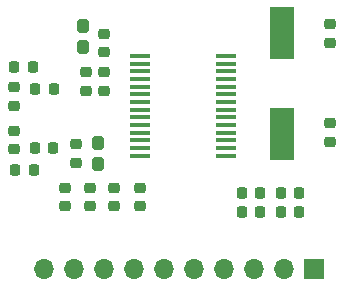
<source format=gts>
G04 #@! TF.GenerationSoftware,KiCad,Pcbnew,(5.99.0-6951-g72beaf1538)*
G04 #@! TF.CreationDate,2020-12-13T17:26:36+11:00*
G04 #@! TF.ProjectId,ATM90E26_Breakout,41544d39-3045-4323-965f-427265616b6f,rev?*
G04 #@! TF.SameCoordinates,Original*
G04 #@! TF.FileFunction,Soldermask,Top*
G04 #@! TF.FilePolarity,Negative*
%FSLAX46Y46*%
G04 Gerber Fmt 4.6, Leading zero omitted, Abs format (unit mm)*
G04 Created by KiCad (PCBNEW (5.99.0-6951-g72beaf1538)) date 2020-12-13 17:26:36*
%MOMM*%
%LPD*%
G01*
G04 APERTURE LIST*
G04 Aperture macros list*
%AMRoundRect*
0 Rectangle with rounded corners*
0 $1 Rounding radius*
0 $2 $3 $4 $5 $6 $7 $8 $9 X,Y pos of 4 corners*
0 Add a 4 corners polygon primitive as box body*
4,1,4,$2,$3,$4,$5,$6,$7,$8,$9,$2,$3,0*
0 Add four circle primitives for the rounded corners*
1,1,$1+$1,$2,$3,0*
1,1,$1+$1,$4,$5,0*
1,1,$1+$1,$6,$7,0*
1,1,$1+$1,$8,$9,0*
0 Add four rect primitives between the rounded corners*
20,1,$1+$1,$2,$3,$4,$5,0*
20,1,$1+$1,$4,$5,$6,$7,0*
20,1,$1+$1,$6,$7,$8,$9,0*
20,1,$1+$1,$8,$9,$2,$3,0*%
G04 Aperture macros list end*
%ADD10RoundRect,0.218750X0.256250X-0.218750X0.256250X0.218750X-0.256250X0.218750X-0.256250X-0.218750X0*%
%ADD11RoundRect,0.218750X-0.256250X0.218750X-0.256250X-0.218750X0.256250X-0.218750X0.256250X0.218750X0*%
%ADD12R,2.000000X4.500000*%
%ADD13R,1.700000X1.700000*%
%ADD14O,1.700000X1.700000*%
%ADD15R,1.750000X0.450000*%
%ADD16RoundRect,0.250000X0.275000X-0.312500X0.275000X0.312500X-0.275000X0.312500X-0.275000X-0.312500X0*%
%ADD17RoundRect,0.218750X0.218750X0.256250X-0.218750X0.256250X-0.218750X-0.256250X0.218750X-0.256250X0*%
%ADD18RoundRect,0.218750X-0.218750X-0.256250X0.218750X-0.256250X0.218750X0.256250X-0.218750X0.256250X0*%
G04 APERTURE END LIST*
D10*
X161239000Y-105786500D03*
X161239000Y-104211500D03*
D11*
X161239000Y-95829100D03*
X161239000Y-97404100D03*
D12*
X157124000Y-105083000D03*
X157124000Y-96583000D03*
D13*
X159893000Y-116556000D03*
D14*
X157353000Y-116556000D03*
X154813000Y-116556000D03*
X152273000Y-116556000D03*
X149733000Y-116556000D03*
X147193000Y-116556000D03*
X144653000Y-116556000D03*
X142113000Y-116556000D03*
X139573000Y-116556000D03*
X137033000Y-116556000D03*
D15*
X145168000Y-98513000D03*
X145168000Y-99163000D03*
X145168000Y-99813000D03*
X145168000Y-100463000D03*
X145168000Y-101113000D03*
X145168000Y-101763000D03*
X145168000Y-102413000D03*
X145168000Y-103063000D03*
X145168000Y-103713000D03*
X145168000Y-104363000D03*
X145168000Y-105013000D03*
X145168000Y-105663000D03*
X145168000Y-106313000D03*
X145168000Y-106963000D03*
X152368000Y-106963000D03*
X152368000Y-106313000D03*
X152368000Y-105663000D03*
X152368000Y-105013000D03*
X152368000Y-104363000D03*
X152368000Y-103713000D03*
X152368000Y-103063000D03*
X152368000Y-102413000D03*
X152368000Y-101763000D03*
X152368000Y-101113000D03*
X152368000Y-100463000D03*
X152368000Y-99813000D03*
X152368000Y-99163000D03*
X152368000Y-98513000D03*
D16*
X140284000Y-97758100D03*
X140284000Y-95983100D03*
X141554000Y-107664500D03*
X141554000Y-105889500D03*
D11*
X139700000Y-105989500D03*
X139700000Y-107564500D03*
X140538000Y-99893500D03*
X140538000Y-101468500D03*
X142062000Y-96616500D03*
X142062000Y-98191500D03*
D10*
X142062000Y-101468500D03*
X142062000Y-99893500D03*
D17*
X158597500Y-110079000D03*
X157022500Y-110079000D03*
D18*
X153720500Y-110079000D03*
X155295500Y-110079000D03*
D17*
X158597500Y-111730000D03*
X157022500Y-111730000D03*
D18*
X153720500Y-111730000D03*
X155295500Y-111730000D03*
D10*
X134442000Y-102738500D03*
X134442000Y-101163500D03*
D17*
X137820500Y-101346000D03*
X136245500Y-101346000D03*
X137795500Y-106299000D03*
X136220500Y-106299000D03*
D10*
X134442000Y-106421500D03*
X134442000Y-104846500D03*
D17*
X136042500Y-99410600D03*
X134467500Y-99410600D03*
D18*
X134543500Y-108174000D03*
X136118500Y-108174000D03*
D11*
X140919000Y-109672500D03*
X140919000Y-111247500D03*
X142951000Y-109672500D03*
X142951000Y-111247500D03*
X138760000Y-109672500D03*
X138760000Y-111247500D03*
D10*
X145110000Y-111247500D03*
X145110000Y-109672500D03*
M02*

</source>
